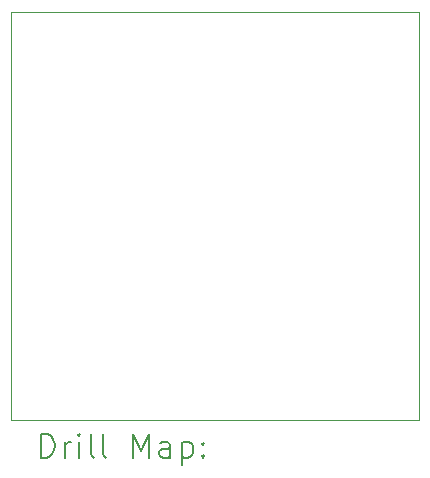
<source format=gbr>
%TF.GenerationSoftware,KiCad,Pcbnew,7.0.5*%
%TF.CreationDate,2023-10-22T13:56:58-04:00*%
%TF.ProjectId,PWR_module,5057525f-6d6f-4647-956c-652e6b696361,rev?*%
%TF.SameCoordinates,PX7270e00PY6a55ae0*%
%TF.FileFunction,Drillmap*%
%TF.FilePolarity,Positive*%
%FSLAX45Y45*%
G04 Gerber Fmt 4.5, Leading zero omitted, Abs format (unit mm)*
G04 Created by KiCad (PCBNEW 7.0.5) date 2023-10-22 13:56:58*
%MOMM*%
%LPD*%
G01*
G04 APERTURE LIST*
%ADD10C,0.050000*%
%ADD11C,0.200000*%
G04 APERTURE END LIST*
D10*
X20000Y3480000D02*
X3480000Y3480000D01*
X3480000Y20000D01*
X20000Y20000D01*
X20000Y3480000D01*
D11*
X278277Y-293984D02*
X278277Y-93984D01*
X278277Y-93984D02*
X325896Y-93984D01*
X325896Y-93984D02*
X354467Y-103508D01*
X354467Y-103508D02*
X373515Y-122555D01*
X373515Y-122555D02*
X383039Y-141603D01*
X383039Y-141603D02*
X392562Y-179698D01*
X392562Y-179698D02*
X392562Y-208269D01*
X392562Y-208269D02*
X383039Y-246365D01*
X383039Y-246365D02*
X373515Y-265412D01*
X373515Y-265412D02*
X354467Y-284460D01*
X354467Y-284460D02*
X325896Y-293984D01*
X325896Y-293984D02*
X278277Y-293984D01*
X478277Y-293984D02*
X478277Y-160650D01*
X478277Y-198746D02*
X487801Y-179698D01*
X487801Y-179698D02*
X497324Y-170174D01*
X497324Y-170174D02*
X516372Y-160650D01*
X516372Y-160650D02*
X535420Y-160650D01*
X602086Y-293984D02*
X602086Y-160650D01*
X602086Y-93984D02*
X592563Y-103508D01*
X592563Y-103508D02*
X602086Y-113031D01*
X602086Y-113031D02*
X611610Y-103508D01*
X611610Y-103508D02*
X602086Y-93984D01*
X602086Y-93984D02*
X602086Y-113031D01*
X725896Y-293984D02*
X706848Y-284460D01*
X706848Y-284460D02*
X697324Y-265412D01*
X697324Y-265412D02*
X697324Y-93984D01*
X830658Y-293984D02*
X811610Y-284460D01*
X811610Y-284460D02*
X802086Y-265412D01*
X802086Y-265412D02*
X802086Y-93984D01*
X1059229Y-293984D02*
X1059229Y-93984D01*
X1059229Y-93984D02*
X1125896Y-236841D01*
X1125896Y-236841D02*
X1192563Y-93984D01*
X1192563Y-93984D02*
X1192563Y-293984D01*
X1373515Y-293984D02*
X1373515Y-189222D01*
X1373515Y-189222D02*
X1363991Y-170174D01*
X1363991Y-170174D02*
X1344944Y-160650D01*
X1344944Y-160650D02*
X1306848Y-160650D01*
X1306848Y-160650D02*
X1287801Y-170174D01*
X1373515Y-284460D02*
X1354467Y-293984D01*
X1354467Y-293984D02*
X1306848Y-293984D01*
X1306848Y-293984D02*
X1287801Y-284460D01*
X1287801Y-284460D02*
X1278277Y-265412D01*
X1278277Y-265412D02*
X1278277Y-246365D01*
X1278277Y-246365D02*
X1287801Y-227317D01*
X1287801Y-227317D02*
X1306848Y-217793D01*
X1306848Y-217793D02*
X1354467Y-217793D01*
X1354467Y-217793D02*
X1373515Y-208269D01*
X1468753Y-160650D02*
X1468753Y-360650D01*
X1468753Y-170174D02*
X1487801Y-160650D01*
X1487801Y-160650D02*
X1525896Y-160650D01*
X1525896Y-160650D02*
X1544943Y-170174D01*
X1544943Y-170174D02*
X1554467Y-179698D01*
X1554467Y-179698D02*
X1563991Y-198746D01*
X1563991Y-198746D02*
X1563991Y-255888D01*
X1563991Y-255888D02*
X1554467Y-274936D01*
X1554467Y-274936D02*
X1544943Y-284460D01*
X1544943Y-284460D02*
X1525896Y-293984D01*
X1525896Y-293984D02*
X1487801Y-293984D01*
X1487801Y-293984D02*
X1468753Y-284460D01*
X1649705Y-274936D02*
X1659229Y-284460D01*
X1659229Y-284460D02*
X1649705Y-293984D01*
X1649705Y-293984D02*
X1640182Y-284460D01*
X1640182Y-284460D02*
X1649705Y-274936D01*
X1649705Y-274936D02*
X1649705Y-293984D01*
X1649705Y-170174D02*
X1659229Y-179698D01*
X1659229Y-179698D02*
X1649705Y-189222D01*
X1649705Y-189222D02*
X1640182Y-179698D01*
X1640182Y-179698D02*
X1649705Y-170174D01*
X1649705Y-170174D02*
X1649705Y-189222D01*
M02*

</source>
